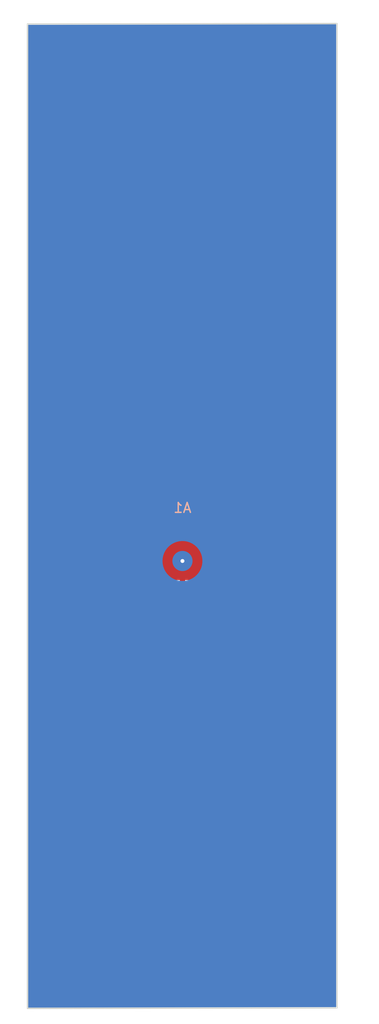
<source format=kicad_pcb>
(kicad_pcb (version 20190605) (host pcbnew "6.0.0-unknown")

  (general
    (thickness 1.6)
    (drawings 6)
    (tracks 0)
    (modules 1)
    (nets 2)
  )

  (page "A4")
  (layers
    (0 "F.Cu" signal)
    (31 "B.Cu" signal)
    (32 "B.Adhes" user)
    (33 "F.Adhes" user)
    (34 "B.Paste" user)
    (35 "F.Paste" user)
    (36 "B.SilkS" user)
    (37 "F.SilkS" user)
    (38 "B.Mask" user)
    (39 "F.Mask" user)
    (40 "Dwgs.User" user)
    (41 "Cmts.User" user)
    (42 "Eco1.User" user)
    (43 "Eco2.User" user)
    (44 "Edge.Cuts" user)
    (45 "Margin" user)
    (46 "B.CrtYd" user)
    (47 "F.CrtYd" user)
  )

  (setup
    (last_trace_width 0.25)
    (trace_clearance 0.2)
    (zone_clearance 0)
    (zone_45_only no)
    (trace_min 0.2)
    (via_size 0.8)
    (via_drill 0.4)
    (via_min_size 0.4)
    (via_min_drill 0.3)
    (uvia_size 0.3)
    (uvia_drill 0.1)
    (uvias_allowed no)
    (uvia_min_size 0.2)
    (uvia_min_drill 0.1)
    (max_error 0.005)
    (defaults
      (edge_clearance 0.01)
      (edge_cuts_line_width 0.05)
      (courtyard_line_width 0.05)
      (copper_line_width 0.2)
      (copper_text_dims (size 1.5 1.5) (thickness 0.3) keep_upright)
      (silk_line_width 0.12)
      (silk_text_dims (size 1 1) (thickness 0.15) keep_upright)
      (other_layers_line_width 0.1)
      (other_layers_text_dims (size 1 1) (thickness 0.15) keep_upright)
    )
    (pad_size 1.524 1.524)
    (pad_drill 0)
    (pad_to_mask_clearance 0)
    (solder_mask_min_width 0.25)
    (aux_axis_origin 53.55 111.95)
    (grid_origin 53.55 111.95)
    (visible_elements FFFFFF7F)
    (pcbplotparams
      (layerselection 0x010fc_ffffffff)
      (usegerberextensions false)
      (usegerberattributes false)
      (usegerberadvancedattributes false)
      (creategerberjobfile false)
      (excludeedgelayer true)
      (linewidth 0.100000)
      (plotframeref false)
      (viasonmask false)
      (mode 1)
      (useauxorigin false)
      (hpglpennumber 1)
      (hpglpenspeed 20)
      (hpglpendiameter 15.000000)
      (psnegative false)
      (psa4output false)
      (plotreference true)
      (plotvalue true)
      (plotinvisibletext false)
      (padsonsilk false)
      (subtractmaskfromsilk false)
      (outputformat 1)
      (mirror false)
      (drillshape 1)
      (scaleselection 1)
      (outputdirectory ""))
  )

  (net 0 "")
  (net 1 "GND")

  (net_class "Default" "This is the default net class."
    (clearance 0.2)
    (trace_width 0.25)
    (via_dia 0.8)
    (via_drill 0.4)
    (uvia_dia 0.3)
    (uvia_drill 0.1)
    (add_net "GND")
  )

  (module "antennas:patch_1x5" (layer "F.Cu") (tedit 5CB164A6) (tstamp 5CB16E22)
    (at 53.55 111.95)
    (path "/5CB15CD2")
    (fp_text reference "AE1" (at 0 -4.02) (layer "F.SilkS") hide
      (effects (font (size 1 1) (thickness 0.15)))
    )
    (fp_text value "Antenna_Chip" (at 0 -5.02) (layer "F.Fab")
      (effects (font (size 1 1) (thickness 0.15)))
    )
    (fp_poly (pts (xy -8 -10.97) (xy -8 1.93) (xy 8 1.93) (xy 8 -10.97)) (layer "F.Cu") (width 0))
    (fp_poly (pts (xy -7.01 -30.96) (xy -7.01 -18.87) (xy 7.01 -18.87) (xy 7.01 -30.96)) (layer "F.Cu") (width 0))
    (fp_poly (pts (xy -7.01 21.92) (xy -7.01 9.83) (xy 7.01 9.83) (xy 7.01 21.92)) (layer "F.Cu") (width 0))
    (fp_poly (pts (xy -6 -50.95) (xy -6 -38.05) (xy 6 -38.05) (xy 6 -50.95)) (layer "F.Cu") (width 0))
    (fp_poly (pts (xy -6 41.91) (xy -6 29.01) (xy 6 29.01) (xy 6 41.91)) (layer "F.Cu") (width 0))
    (fp_poly (pts (xy -0.27 -50.95) (xy -0.27 41.91) (xy 0.27 41.91) (xy 0.27 -50.95)) (layer "F.Cu") (width 0))
    (pad "1" thru_hole circle (at 0 0) (size 2.05 2.05) (drill 0.4) (layers *.Cu "B.Mask")
      (solder_mask_margin 1) (clearance 1))
    (pad "2" smd custom (at 0.01 -3.08) (size 1.524 1.524) (layers "B.Cu" "B.Mask")
      (net 1 "GND") (zone_connect 2)
      (options (clearance outline) (anchor circle))
      (primitives
        (gr_poly (pts
           (xy -4.09 -1) (xy -4.09 7.16) (xy -2.05 5.12) (xy -2.05 1.04)) (width 0))
        (gr_poly (pts
           (xy -4.09 7.16) (xy 4.07 7.16) (xy 2.03 5.12) (xy -2.05 5.12)) (width 0))
        (gr_poly (pts
           (xy 4.07 7.16) (xy 4.07 -1) (xy 2.03 1.04) (xy 2.03 5.12)) (width 0))
        (gr_poly (pts
           (xy 4.07 -1) (xy -4.09 -1) (xy -2.05 1.04) (xy 2.03 1.04)) (width 0))
      ))
  )

  (gr_text "A1" (at 53.55 106.55) (layer "B.SilkS") (tstamp 5CA5F70D)
    (effects (font (size 1 1) (thickness 0.15)) (justify mirror))
  )
  (gr_line (start 69.25 157.35) (end 69.25 57.35) (layer "Edge.Cuts") (width 0.15) (tstamp 5CA5A390))
  (gr_line (start 37.8 57.4) (end 37.8 57.4) (layer "Edge.Cuts") (width 0.15))
  (gr_line (start 37.8 157.4) (end 37.8 57.4) (layer "Edge.Cuts") (width 0.15))
  (gr_line (start 69.25 157.35) (end 37.8 157.4) (layer "Edge.Cuts") (width 0.15))
  (gr_line (start 37.8 57.4) (end 69.25 57.35) (layer "Edge.Cuts") (width 0.15))

  (zone (net 1) (net_name "GND") (layer "B.Cu") (tstamp 0) (hatch edge 0.508)
    (connect_pads yes (clearance 0))
    (min_thickness 0.254)
    (fill yes (thermal_gap 0.508) (thermal_bridge_width 0.508))
    (polygon
      (pts
        (xy 35 55) (xy 35 159) (xy 73.55 158.95) (xy 73.55 54.95)
      )
    )
    (filled_polygon
      (pts
        (xy 69.113 157.213218) (xy 37.937 157.262783) (xy 37.937 111.941141) (xy 51.393365 111.941141) (xy 51.393365 111.958859)
        (xy 51.41312 112.241373) (xy 51.415586 112.258919) (xy 51.474468 112.535933) (xy 51.479352 112.552964) (xy 51.576213 112.819089)
        (xy 51.58342 112.835276) (xy 51.716376 113.085329) (xy 51.725765 113.100355) (xy 51.892228 113.329472) (xy 51.903617 113.343045)
        (xy 52.100346 113.546764) (xy 52.113513 113.558619) (xy 52.336681 113.732977) (xy 52.35137 113.742885) (xy 52.596631 113.884487)
        (xy 52.612556 113.892255) (xy 52.875138 113.998344) (xy 52.891989 114.003818) (xy 53.16678 114.072332) (xy 53.184229 114.075409)
        (xy 53.465881 114.105011) (xy 53.483588 114.10563) (xy 53.766619 114.095747) (xy 53.78424 114.093895) (xy 54.063141 114.044717)
        (xy 54.080333 114.04043) (xy 54.349675 113.952915) (xy 54.366103 113.946278) (xy 54.620645 113.82213) (xy 54.635989 113.813271)
        (xy 54.870775 113.654906) (xy 54.884737 113.643998) (xy 55.095199 113.454498) (xy 55.107508 113.441752) (xy 55.289547 113.224805)
        (xy 55.299961 113.210471) (xy 55.450036 112.970301) (xy 55.458354 112.954657) (xy 55.573543 112.695938) (xy 55.579603 112.679288)
        (xy 55.657665 112.407055) (xy 55.661349 112.389724) (xy 55.700763 112.109277) (xy 55.701999 112.091602) (xy 55.701999 111.808398)
        (xy 55.700763 111.790723) (xy 55.661349 111.510276) (xy 55.657665 111.492945) (xy 55.579603 111.220712) (xy 55.573543 111.204062)
        (xy 55.458354 110.945343) (xy 55.450036 110.929699) (xy 55.299961 110.689529) (xy 55.289547 110.675195) (xy 55.107508 110.458248)
        (xy 55.095199 110.445502) (xy 54.884737 110.256002) (xy 54.870775 110.245094) (xy 54.635989 110.086729) (xy 54.620645 110.07787)
        (xy 54.366103 109.953722) (xy 54.349675 109.947085) (xy 54.080333 109.85957) (xy 54.063141 109.855283) (xy 53.78424 109.806105)
        (xy 53.766619 109.804253) (xy 53.483588 109.79437) (xy 53.465881 109.794989) (xy 53.184229 109.824591) (xy 53.16678 109.827668)
        (xy 52.891989 109.896182) (xy 52.875138 109.901656) (xy 52.612556 110.007745) (xy 52.596631 110.015513) (xy 52.35137 110.157115)
        (xy 52.336681 110.167023) (xy 52.113513 110.341381) (xy 52.100346 110.353236) (xy 51.903617 110.556955) (xy 51.892228 110.570528)
        (xy 51.725765 110.799645) (xy 51.716376 110.814671) (xy 51.58342 111.064724) (xy 51.576213 111.080911) (xy 51.479352 111.347036)
        (xy 51.474468 111.364067) (xy 51.415586 111.641081) (xy 51.41312 111.658627) (xy 51.393365 111.941141) (xy 37.937 111.941141)
        (xy 37.937 57.536782) (xy 69.113001 57.487218)
      )
    )
  )
)

</source>
